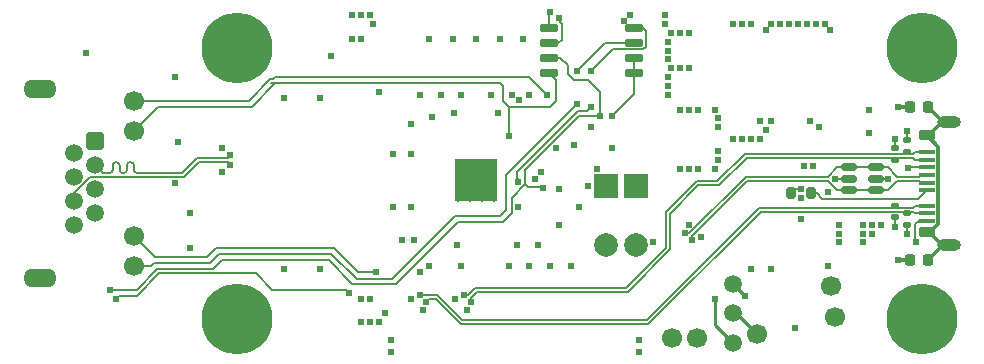
<source format=gbl>
%TF.GenerationSoftware,KiCad,Pcbnew,8.0.7*%
%TF.CreationDate,2025-01-01T14:13:32-08:00*%
%TF.ProjectId,pizero-papoe,70697a65-726f-42d7-9061-706f652e6b69,R1*%
%TF.SameCoordinates,PX652f520PY4a19ba0*%
%TF.FileFunction,Copper,L4,Bot*%
%TF.FilePolarity,Positive*%
%FSLAX46Y46*%
G04 Gerber Fmt 4.6, Leading zero omitted, Abs format (unit mm)*
G04 Created by KiCad (PCBNEW 8.0.7) date 2025-01-01 14:13:32*
%MOMM*%
%LPD*%
G01*
G04 APERTURE LIST*
G04 Aperture macros list*
%AMRoundRect*
0 Rectangle with rounded corners*
0 $1 Rounding radius*
0 $2 $3 $4 $5 $6 $7 $8 $9 X,Y pos of 4 corners*
0 Add a 4 corners polygon primitive as box body*
4,1,4,$2,$3,$4,$5,$6,$7,$8,$9,$2,$3,0*
0 Add four circle primitives for the rounded corners*
1,1,$1+$1,$2,$3*
1,1,$1+$1,$4,$5*
1,1,$1+$1,$6,$7*
1,1,$1+$1,$8,$9*
0 Add four rect primitives between the rounded corners*
20,1,$1+$1,$2,$3,$4,$5,0*
20,1,$1+$1,$4,$5,$6,$7,0*
20,1,$1+$1,$6,$7,$8,$9,0*
20,1,$1+$1,$8,$9,$2,$3,0*%
G04 Aperture macros list end*
%TA.AperFunction,WasherPad*%
%ADD10C,6.000000*%
%TD*%
%TA.AperFunction,ComponentPad*%
%ADD11C,1.700000*%
%TD*%
%TA.AperFunction,HeatsinkPad*%
%ADD12C,0.500000*%
%TD*%
%TA.AperFunction,HeatsinkPad*%
%ADD13R,3.600000X3.600000*%
%TD*%
%TA.AperFunction,ComponentPad*%
%ADD14RoundRect,0.250000X-0.500000X0.500000X-0.500000X-0.500000X0.500000X-0.500000X0.500000X0.500000X0*%
%TD*%
%TA.AperFunction,ComponentPad*%
%ADD15C,1.500000*%
%TD*%
%TA.AperFunction,ComponentPad*%
%ADD16O,2.800000X1.600000*%
%TD*%
%TA.AperFunction,SMDPad,CuDef*%
%ADD17RoundRect,0.225000X0.225000X0.250000X-0.225000X0.250000X-0.225000X-0.250000X0.225000X-0.250000X0*%
%TD*%
%TA.AperFunction,SMDPad,CuDef*%
%ADD18RoundRect,0.147500X-0.172500X0.147500X-0.172500X-0.147500X0.172500X-0.147500X0.172500X0.147500X0*%
%TD*%
%TA.AperFunction,SMDPad,CuDef*%
%ADD19RoundRect,0.150000X-0.650000X-0.150000X0.650000X-0.150000X0.650000X0.150000X-0.650000X0.150000X0*%
%TD*%
%TA.AperFunction,SMDPad,CuDef*%
%ADD20RoundRect,0.147500X0.172500X-0.147500X0.172500X0.147500X-0.172500X0.147500X-0.172500X-0.147500X0*%
%TD*%
%TA.AperFunction,SMDPad,CuDef*%
%ADD21C,1.500000*%
%TD*%
%TA.AperFunction,ComponentPad*%
%ADD22R,2.000000X2.000000*%
%TD*%
%TA.AperFunction,ComponentPad*%
%ADD23C,2.000000*%
%TD*%
%TA.AperFunction,SMDPad,CuDef*%
%ADD24RoundRect,0.095000X-0.575000X0.095000X-0.575000X-0.095000X0.575000X-0.095000X0.575000X0.095000X0*%
%TD*%
%TA.AperFunction,ComponentPad*%
%ADD25O,2.030000X1.000000*%
%TD*%
%TA.AperFunction,SMDPad,CuDef*%
%ADD26RoundRect,0.095000X-0.575000X0.305000X-0.575000X-0.305000X0.575000X-0.305000X0.575000X0.305000X0*%
%TD*%
%TA.AperFunction,SMDPad,CuDef*%
%ADD27RoundRect,0.150000X0.512500X0.150000X-0.512500X0.150000X-0.512500X-0.150000X0.512500X-0.150000X0*%
%TD*%
%TA.AperFunction,SMDPad,CuDef*%
%ADD28RoundRect,0.200000X0.200000X0.275000X-0.200000X0.275000X-0.200000X-0.275000X0.200000X-0.275000X0*%
%TD*%
%TA.AperFunction,ViaPad*%
%ADD29C,0.609600*%
%TD*%
%TA.AperFunction,Conductor*%
%ADD30C,0.152400*%
%TD*%
%TA.AperFunction,Conductor*%
%ADD31C,0.304800*%
%TD*%
%TA.AperFunction,Conductor*%
%ADD32C,0.254000*%
%TD*%
%TA.AperFunction,Conductor*%
%ADD33C,0.151130*%
%TD*%
%TA.AperFunction,Conductor*%
%ADD34C,0.129032*%
%TD*%
G04 APERTURE END LIST*
D10*
%TO.P,A1,*%
%TO.N,*%
X3500000Y-3500000D03*
X3500000Y-26500000D03*
X61500000Y-3500000D03*
X61500000Y-26500000D03*
%TD*%
D11*
%TO.P,J5,1,Pin_1*%
%TO.N,GND*%
X47500000Y-27750000D03*
%TD*%
%TO.P,J3,1,Pin_1*%
%TO.N,/A1_U2DN*%
X40300000Y-28100000D03*
%TD*%
D12*
%TO.P,IC1,41,EP*%
%TO.N,GND*%
X22200000Y-13200000D03*
X22200000Y-14233333D03*
X22200000Y-15266667D03*
X22200000Y-16300000D03*
X23233333Y-13200000D03*
X23233333Y-14233333D03*
X23233333Y-15266667D03*
X23233333Y-16300000D03*
D13*
X23750000Y-14750000D03*
D12*
X24266667Y-13200000D03*
X24266667Y-14233333D03*
X24266667Y-15266667D03*
X24266667Y-16300000D03*
X25300000Y-13200000D03*
X25300000Y-14233333D03*
X25300000Y-15266667D03*
X25300000Y-16300000D03*
%TD*%
D11*
%TO.P,J4,1,Pin_1*%
%TO.N,/A1_U2DP*%
X42450000Y-28100000D03*
%TD*%
%TO.P,J1,1,Pin_1*%
%TO.N,GND*%
X54100000Y-26300000D03*
%TD*%
D14*
%TO.P,J6,1*%
%TO.N,/J6_DA_P*%
X-8500000Y-11420000D03*
D15*
%TO.P,J6,2*%
%TO.N,/J6_DA_N*%
X-10280000Y-12440000D03*
%TO.P,J6,3*%
%TO.N,/J6_DB_P*%
X-8500000Y-13460000D03*
%TO.P,J6,4*%
%TO.N,/J6_DC_P*%
X-10280000Y-14480000D03*
%TO.P,J6,5*%
%TO.N,/J6_DC_N*%
X-8500000Y-15500000D03*
%TO.P,J6,6*%
%TO.N,/J6_DB_N*%
X-10280000Y-16520000D03*
%TO.P,J6,7*%
%TO.N,/J6_DD_P*%
X-8500000Y-17540000D03*
%TO.P,J6,8*%
%TO.N,/J6_DD_N*%
X-10280000Y-18560000D03*
D11*
%TO.P,J6,9*%
%TO.N,/J1_LED_GN_A*%
X-5230000Y-7980000D03*
%TO.P,J6,10*%
%TO.N,/IC1_LED0_SPICSB*%
X-5230000Y-10520000D03*
%TO.P,J6,11*%
%TO.N,/J1_LED_YL_A*%
X-5230000Y-19460000D03*
%TO.P,J6,12*%
%TO.N,/IC1_LED1_SPISCK*%
X-5230000Y-22000000D03*
D16*
%TO.P,J6,SH*%
%TO.N,/J1_SH_C*%
X-13180000Y-6990000D03*
X-13180000Y-22990000D03*
%TD*%
D11*
%TO.P,J2,1,Pin_1*%
%TO.N,/RPI_VBUS*%
X53800000Y-23700000D03*
%TD*%
D17*
%TO.P,C19,1*%
%TO.N,/P1_SH*%
X62025000Y-21500000D03*
%TO.P,C19,2*%
%TO.N,GND*%
X60475000Y-21500000D03*
%TD*%
D18*
%TO.P,D6,1,A1*%
%TO.N,/P1_U3SSTX_P*%
X60250000Y-17515000D03*
%TO.P,D6,2,A2*%
%TO.N,GND*%
X60250000Y-18485000D03*
%TD*%
D19*
%TO.P,U3,1,~{CS}*%
%TO.N,/IC1_LED0_SPICSB*%
X29900000Y-5655000D03*
%TO.P,U3,2,SO/SIO1*%
%TO.N,/IC1_EED0_LED2*%
X29900000Y-4385000D03*
%TO.P,U3,3,~{WP}/SIO2*%
%TO.N,+3V3*%
X29900000Y-3115000D03*
%TO.P,U3,4,GND*%
%TO.N,GND*%
X29900000Y-1845000D03*
%TO.P,U3,5,SI/SIO0*%
%TO.N,/IC1_EEDI_ENSWREG*%
X37100000Y-1845000D03*
%TO.P,U3,6,SCLK*%
%TO.N,/IC1_LED1_SPISCK*%
X37100000Y-3115000D03*
%TO.P,U3,7,~{HOLD}/SIO3*%
%TO.N,+3V3*%
X37100000Y-4385000D03*
%TO.P,U3,8,VCC*%
X37100000Y-5655000D03*
%TD*%
D18*
%TO.P,D7,1,A1*%
%TO.N,/P1_U3SSTX_N*%
X59250000Y-16915000D03*
%TO.P,D7,2,A2*%
%TO.N,GND*%
X59250000Y-17885000D03*
%TD*%
D20*
%TO.P,D9,1,A1*%
%TO.N,/P1_U3SSRX_N*%
X60250000Y-12335000D03*
%TO.P,D9,2,A2*%
%TO.N,GND*%
X60250000Y-11365000D03*
%TD*%
D21*
%TO.P,TP2,1,1*%
%TO.N,GND*%
X45500000Y-26000000D03*
%TD*%
D22*
%TO.P,C23,1*%
%TO.N,/POE_VP*%
X34750000Y-15250000D03*
D23*
%TO.P,C23,2*%
%TO.N,GND*%
X34750000Y-20250000D03*
%TD*%
D17*
%TO.P,C22,1*%
%TO.N,/P1_SH*%
X62025000Y-8500000D03*
%TO.P,C22,2*%
%TO.N,GND*%
X60475000Y-8500000D03*
%TD*%
D24*
%TO.P,P1,A1,GND*%
%TO.N,GND*%
X61890000Y-18190000D03*
%TO.P,P1,A2,TX1+*%
%TO.N,/P1_U3SSTX_P*%
X61890000Y-17540000D03*
%TO.P,P1,A3,TX1-*%
%TO.N,/P1_U3SSTX_N*%
X61890000Y-16890000D03*
%TO.P,P1,A5,CC*%
%TO.N,/P1_CC*%
X61890000Y-15590000D03*
%TO.P,P1,A6,D+*%
%TO.N,/P1_U2DP*%
X61890000Y-14940000D03*
%TO.P,P1,A7,D-*%
%TO.N,/P1_U2DN*%
X61890000Y-14290000D03*
%TO.P,P1,A9,VBUS*%
%TO.N,+5V*%
X61890000Y-13640000D03*
%TO.P,P1,B10,RX1-*%
%TO.N,/P1_U3SSRX_N*%
X61890000Y-12340000D03*
%TO.P,P1,B11,RX1+*%
%TO.N,/P1_U3SSRX_P*%
X61890000Y-12990000D03*
D25*
%TO.P,P1,SH1,SHIELD*%
%TO.N,/P1_SH*%
X63750000Y-9775000D03*
D26*
X61890000Y-10900000D03*
X61890000Y-19100000D03*
D25*
X63750000Y-20225000D03*
%TD*%
D21*
%TO.P,TP1,1,1*%
%TO.N,/RPI_VBUS*%
X45500000Y-23500000D03*
%TD*%
D20*
%TO.P,D8,1,A1*%
%TO.N,/P1_U3SSRX_P*%
X59250000Y-12985000D03*
%TO.P,D8,2,A2*%
%TO.N,GND*%
X59250000Y-12015000D03*
%TD*%
D21*
%TO.P,TP3,1,1*%
%TO.N,+3V3*%
X45500000Y-28500000D03*
%TD*%
D27*
%TO.P,U4,1*%
%TO.N,/P1_U2DN*%
X57587500Y-13650000D03*
%TO.P,U4,2*%
%TO.N,GND*%
X57587500Y-14600000D03*
%TO.P,U4,3*%
%TO.N,/P1_U2DP*%
X57587500Y-15550000D03*
%TO.P,U4,4*%
X55312500Y-15550000D03*
%TO.P,U4,5*%
%TO.N,+5V*%
X55312500Y-14600000D03*
%TO.P,U4,6*%
%TO.N,/P1_U2DN*%
X55312500Y-13650000D03*
%TD*%
D28*
%TO.P,R6,1*%
%TO.N,/P1_CC*%
X52075000Y-15850000D03*
%TO.P,R6,2*%
%TO.N,GND*%
X50425000Y-15850000D03*
%TD*%
D22*
%TO.P,C24,1*%
%TO.N,/POE_VP*%
X37250000Y-15250000D03*
D23*
%TO.P,C24,2*%
%TO.N,GND*%
X37250000Y-20250000D03*
%TD*%
D29*
%TO.N,+1V0*%
X18250000Y-17000000D03*
X32000000Y-11750000D03*
X30529338Y-11992748D03*
X22150636Y-20212963D03*
X21902795Y-9033977D03*
X27250000Y-20250000D03*
X18250000Y-12500000D03*
X25574290Y-9068443D03*
%TO.N,/J1_SH_C*%
X-500000Y-20500000D03*
X2250000Y-12000000D03*
X-500000Y-17500000D03*
X7512000Y-7750000D03*
X-1500000Y-11500000D03*
X7512000Y-22250000D03*
X-1750000Y-15000000D03*
X2250000Y-14000000D03*
%TO.N,GND*%
X19250000Y-25750000D03*
X26500000Y-22000000D03*
X33241998Y-15250000D03*
X29250000Y-14000000D03*
X40000000Y-6000000D03*
X10500000Y-22250000D03*
X41000000Y-2250000D03*
X23750000Y-2750000D03*
X27750000Y-2750000D03*
X30000000Y-22000000D03*
X13250000Y-2750000D03*
X47000000Y-22250000D03*
X14750000Y-26750000D03*
X51230243Y-16252288D03*
X22000000Y-24750000D03*
X47000000Y-1500000D03*
X60250000Y-10600000D03*
X14750000Y-24750000D03*
X41000000Y-5250000D03*
X52250000Y-13500000D03*
X57000000Y-8750000D03*
X59500000Y-21500000D03*
X22500000Y-22000000D03*
X51221621Y-15496307D03*
X16500000Y-28250000D03*
X32500000Y-17000000D03*
X51250000Y-18000000D03*
X15000000Y-1500000D03*
X46250000Y-11250000D03*
X59500000Y-8500000D03*
X10500000Y-7750000D03*
X53500000Y-15750000D03*
X41750000Y-18500000D03*
X36250000Y-1250000D03*
X19750000Y-22000000D03*
X14000000Y-26750000D03*
X40000000Y-3750000D03*
X16000000Y-26000000D03*
X19000000Y-7500000D03*
X41750000Y-5250000D03*
X14750000Y-750000D03*
X40000000Y-6750000D03*
X19000000Y-22500000D03*
X52000000Y-9750000D03*
X-9250000Y-4000000D03*
X14000000Y-750000D03*
X15500000Y-26750000D03*
X36750000Y-750000D03*
X34000000Y-13741998D03*
X15500000Y-7250000D03*
X46250000Y-1500000D03*
X39750000Y-750000D03*
X16750000Y-17000000D03*
X26750000Y-7500000D03*
X47750000Y-11250000D03*
X14000000Y-2750000D03*
X16750000Y-12500000D03*
X16500000Y-29250000D03*
X20750000Y-7500000D03*
X30750000Y-18500000D03*
X42750000Y-19500000D03*
X13250000Y-750000D03*
X28250000Y-22000000D03*
X59250000Y-11250000D03*
X59250000Y-18650000D03*
X40250000Y-2250000D03*
X21750000Y-2750000D03*
X45500000Y-1500000D03*
X40000000Y-7500000D03*
X48750000Y-22250000D03*
X37500000Y-28250000D03*
X23000000Y-25750000D03*
X39750000Y-1500000D03*
X40000000Y-4500000D03*
X40250000Y-5250000D03*
X25000000Y-7500000D03*
X61000000Y-20000000D03*
X50750000Y-27250000D03*
X41750000Y-2250000D03*
X45500000Y-11250000D03*
X33500000Y-10250000D03*
X60250000Y-19250000D03*
X58650000Y-14600000D03*
X22500000Y-7500000D03*
X47000000Y-11250000D03*
X18250000Y-24750000D03*
X52750000Y-10250000D03*
X57000000Y-10750000D03*
X30000000Y-504800D03*
X51500000Y-13500000D03*
X40000000Y-3000000D03*
X27331000Y-17000000D03*
X25750000Y-2750000D03*
X31750000Y-22000000D03*
X19750000Y-2750000D03*
X37500000Y-29250000D03*
X14000000Y-24750000D03*
%TO.N,/P1_U3SSRX_P*%
X23278388Y-25028388D03*
%TO.N,/RPI_VBUS*%
X46500000Y-24500000D03*
%TO.N,/P1_U3SSRX_N*%
X22721612Y-24471612D03*
%TO.N,/P1_U3SSTX_P*%
X19528388Y-25028388D03*
%TO.N,/P1_U3SSTX_N*%
X18971612Y-24471612D03*
%TO.N,/J1_LED_OR_A*%
X13000000Y-24250000D03*
X-6750000Y-24750000D03*
%TO.N,/IC1_EED0_LED2*%
X29397302Y-15415190D03*
X-7250000Y-24000000D03*
X34250000Y-9250000D03*
%TO.N,/IC1_LED1_SPISCK*%
X32282500Y-8282500D03*
X32250000Y-5500000D03*
%TO.N,/IC1_LED0_SPICSB*%
X26500000Y-11000000D03*
%TO.N,/IC1_EEDI_ENSWREG*%
X33500000Y-8500000D03*
X27256408Y-14843135D03*
X33500000Y-5500000D03*
%TO.N,+5V*%
X50250000Y-1500000D03*
X54170770Y-14610723D03*
X48750000Y-1500000D03*
X54500000Y-20000000D03*
X51750000Y-1500000D03*
X56500000Y-20000000D03*
X60300000Y-13700000D03*
X54500000Y-18500000D03*
X52500000Y-1500000D03*
X53500000Y-22000000D03*
X54500000Y-19250000D03*
X57250000Y-19250000D03*
X58000000Y-18500000D03*
X56500000Y-19250000D03*
X53250000Y-1500000D03*
X51000000Y-1500000D03*
X56500000Y-18500000D03*
X49500000Y-1500000D03*
X53750000Y-2000000D03*
X57250000Y-18500000D03*
X48250000Y-2000000D03*
%TO.N,+3V3*%
X29000000Y-20250000D03*
X35250000Y-12000000D03*
X44000000Y-24750000D03*
X30750000Y-1000000D03*
X17500000Y-19750000D03*
X18500000Y-19750000D03*
X28250000Y-7500000D03*
X18250000Y-10000000D03*
X28750000Y-14660572D03*
X38750000Y-20000000D03*
X35250000Y-9250000D03*
X27370627Y-7957242D03*
X30750000Y-15500000D03*
X19997492Y-9416874D03*
%TO.N,/U2_L1*%
X43999986Y-13750000D03*
X42500000Y-13750000D03*
X44250000Y-12250000D03*
X41000000Y-13750000D03*
X44250000Y-13000000D03*
X41750000Y-13750000D03*
%TO.N,/U2_L2*%
X41750000Y-8750000D03*
X48750000Y-9750000D03*
X44000044Y-8750000D03*
X42500000Y-8750000D03*
X47750000Y-9749998D03*
X44250000Y-9500000D03*
X44250000Y-10250000D03*
X48250000Y-10500000D03*
X41000000Y-8750000D03*
%TO.N,/J1_LED_GN_A*%
X29750000Y-7500000D03*
%TO.N,/J1_LED_YL_A*%
X15250000Y-22500000D03*
%TO.N,/P1_U2DP*%
X42028388Y-19778388D03*
%TO.N,/P1_U2DN*%
X41471612Y-19221612D03*
%TO.N,/J6_DB_P*%
X2945654Y-12600900D03*
%TO.N,/J6_DB_N*%
X2945654Y-13439100D03*
%TO.N,/POE_VP_F*%
X11500000Y-4250000D03*
X-1750000Y-6000000D03*
%TD*%
D30*
%TO.N,GND*%
X61890000Y-18190000D02*
X61220000Y-18190000D01*
X29900000Y-1845000D02*
X29900000Y-604800D01*
D31*
X60475000Y-21500000D02*
X59500000Y-21500000D01*
D32*
X45750000Y-26000000D02*
X45500000Y-26000000D01*
D30*
X60250000Y-11365000D02*
X60250000Y-10600000D01*
D31*
X60475000Y-8500000D02*
X59500000Y-8500000D01*
D30*
X60933541Y-19933541D02*
X61000000Y-20000000D01*
X61220000Y-18190000D02*
X60933541Y-18476459D01*
X51230243Y-16252288D02*
X51230243Y-16212315D01*
X59250000Y-17885000D02*
X59250000Y-18650000D01*
X50778693Y-15496307D02*
X50425000Y-15850000D01*
X29900000Y-604800D02*
X30000000Y-504800D01*
D32*
X47500000Y-27750000D02*
X45750000Y-26000000D01*
D30*
X60933541Y-18476459D02*
X60933541Y-19933541D01*
X59250000Y-12015000D02*
X59250000Y-11250000D01*
X57587500Y-14600000D02*
X58650000Y-14600000D01*
X51221621Y-15496307D02*
X50778693Y-15496307D01*
X60250000Y-18485000D02*
X60250000Y-19250000D01*
D33*
%TO.N,/P1_U3SSRX_P*%
X40164465Y-20568125D02*
X40164465Y-17568125D01*
X46653125Y-12829465D02*
X60724464Y-12829465D01*
X42568125Y-15164465D02*
X44318125Y-15164465D01*
X36568125Y-24164465D02*
X40164465Y-20568125D01*
X44318125Y-15164465D02*
X46653125Y-12829465D01*
X23818124Y-24164465D02*
X36568125Y-24164465D01*
X60884999Y-12990000D02*
X61890000Y-12990000D01*
X60724464Y-12829465D02*
X60884999Y-12990000D01*
X23278388Y-25028388D02*
X23278388Y-24704201D01*
X23278388Y-24704201D02*
X23818124Y-24164465D01*
X40164465Y-17568125D02*
X42568125Y-15164465D01*
D32*
%TO.N,/RPI_VBUS*%
X53600000Y-23500000D02*
X53800000Y-23700000D01*
X45500000Y-23500000D02*
X46500000Y-24500000D01*
D33*
%TO.N,/P1_U3SSRX_N*%
X44181875Y-14835535D02*
X46516875Y-12500535D01*
X60884999Y-12340000D02*
X61890000Y-12340000D01*
X39835535Y-17431875D02*
X42431875Y-14835535D01*
X60724464Y-12500535D02*
X60884999Y-12340000D01*
X22721612Y-24471612D02*
X23045799Y-24471612D01*
X23681876Y-23835535D02*
X36431875Y-23835535D01*
X46516875Y-12500535D02*
X60724464Y-12500535D01*
X23045799Y-24471612D02*
X23681876Y-23835535D01*
X39835535Y-20431875D02*
X39835535Y-17431875D01*
X42431875Y-14835535D02*
X44181875Y-14835535D01*
X36431875Y-23835535D02*
X39835535Y-20431875D01*
%TO.N,/P1_U3SSTX_P*%
X38318125Y-26914465D02*
X22431875Y-26914465D01*
X19756233Y-24800543D02*
X19528388Y-25028388D01*
X61890000Y-17540000D02*
X60884999Y-17540000D01*
X47853125Y-17379465D02*
X38318125Y-26914465D01*
X60724464Y-17379465D02*
X47853125Y-17379465D01*
X20317953Y-24800543D02*
X19756233Y-24800543D01*
X22431875Y-26914465D02*
X20317953Y-24800543D01*
X60884999Y-17540000D02*
X60724464Y-17379465D01*
%TO.N,/P1_U3SSTX_N*%
X22568125Y-26585535D02*
X20454202Y-24471612D01*
X61890000Y-16890000D02*
X60884999Y-16890000D01*
X38181875Y-26585535D02*
X22568125Y-26585535D01*
X60724464Y-17050535D02*
X47716875Y-17050535D01*
X20454202Y-24471612D02*
X18971612Y-24471612D01*
X47716875Y-17050535D02*
X38181875Y-26585535D01*
X60884999Y-16890000D02*
X60724464Y-17050535D01*
D30*
%TO.N,/J1_LED_OR_A*%
X-3123800Y-22623800D02*
X5123800Y-22623800D01*
X5123800Y-22623800D02*
X6500000Y-24000000D01*
X-5000000Y-24500000D02*
X-3123800Y-22623800D01*
X-6750000Y-24750000D02*
X-6500000Y-24500000D01*
X6500000Y-24000000D02*
X12750000Y-24000000D01*
X-6500000Y-24500000D02*
X-5000000Y-24500000D01*
X13000000Y-24250000D02*
X12750000Y-24000000D01*
%TO.N,/IC1_EED0_LED2*%
X27898041Y-15088755D02*
X27898041Y-13851959D01*
X29327469Y-15345357D02*
X28154643Y-15345357D01*
X26750000Y-16236796D02*
X27898041Y-15088755D01*
X-5000000Y-24000000D02*
X-7250000Y-24000000D01*
X26000000Y-18250000D02*
X26750000Y-17500000D01*
X26750000Y-17500000D02*
X26750000Y-16236796D01*
X27898041Y-15088755D02*
X28154643Y-15345357D01*
X31500000Y-5000000D02*
X31500000Y-5750000D01*
X31500000Y-5750000D02*
X32000000Y-6250000D01*
X27898041Y-13851959D02*
X32500000Y-9250000D01*
X29900000Y-4385000D02*
X30885000Y-4385000D01*
X11250000Y-21500000D02*
X13250000Y-23500000D01*
X1500000Y-22250000D02*
X2250000Y-21500000D01*
X13250000Y-23500000D02*
X17000000Y-23500000D01*
X-3250000Y-22250000D02*
X1500000Y-22250000D01*
X2250000Y-21500000D02*
X11250000Y-21500000D01*
X29397302Y-15415190D02*
X29327469Y-15345357D01*
X32000000Y-6250000D02*
X33250000Y-6250000D01*
X32500000Y-9250000D02*
X34250000Y-9250000D01*
X17000000Y-23500000D02*
X22250000Y-18250000D01*
X34250000Y-7250000D02*
X34250000Y-9250000D01*
X33250000Y-6250000D02*
X34250000Y-7250000D01*
X30885000Y-4385000D02*
X31500000Y-5000000D01*
X22250000Y-18250000D02*
X26000000Y-18250000D01*
X-5000000Y-24000000D02*
X-3250000Y-22250000D01*
%TO.N,/IC1_LED1_SPISCK*%
X34635000Y-3115000D02*
X35385000Y-3115000D01*
X26250000Y-14315000D02*
X32282500Y-8282500D01*
X-3750000Y-22000000D02*
X-3500000Y-21750000D01*
X26250000Y-17250000D02*
X26250000Y-14315000D01*
X2000000Y-21000000D02*
X11500000Y-21000000D01*
X13625000Y-23125000D02*
X16625000Y-23125000D01*
X37100000Y-3115000D02*
X35385000Y-3115000D01*
X25750000Y-17750000D02*
X26250000Y-17250000D01*
X11500000Y-21000000D02*
X13625000Y-23125000D01*
X-3500000Y-21750000D02*
X1250000Y-21750000D01*
X22000000Y-17750000D02*
X25750000Y-17750000D01*
X-5230000Y-22000000D02*
X-3750000Y-22000000D01*
X1250000Y-21750000D02*
X2000000Y-21000000D01*
X32250000Y-5500000D02*
X34635000Y-3115000D01*
X16625000Y-23125000D02*
X22000000Y-17750000D01*
%TO.N,/IC1_LED0_SPICSB*%
X-5230000Y-10520000D02*
X-3210000Y-8500000D01*
X30500000Y-6255000D02*
X30500000Y-8000000D01*
X26000000Y-6750000D02*
X25750000Y-6500000D01*
X30500000Y-8000000D02*
X30000000Y-8500000D01*
X26500000Y-11000000D02*
X26500000Y-8500000D01*
X6750000Y-6500000D02*
X12000000Y-6500000D01*
X26000000Y-8000000D02*
X26000000Y-6750000D01*
X29900000Y-5655000D02*
X30500000Y-6255000D01*
X12000000Y-6500000D02*
X6412827Y-6500000D01*
X26500000Y-8500000D02*
X26000000Y-8000000D01*
X4750000Y-8500000D02*
X6750000Y-6500000D01*
X-3210000Y-8500000D02*
X4750000Y-8500000D01*
X30000000Y-8500000D02*
X26500000Y-8500000D01*
X6412827Y-6500000D02*
X25750000Y-6500000D01*
%TO.N,/IC1_EEDI_ENSWREG*%
X38128600Y-2073601D02*
X37899999Y-1845000D01*
X37902289Y-3652289D02*
X38128600Y-3425978D01*
X33500000Y-5500000D02*
X35356400Y-3643600D01*
X37893600Y-3643600D02*
X37902289Y-3652289D01*
X32386500Y-8863500D02*
X33136500Y-8863500D01*
X38128600Y-3425978D02*
X38128600Y-2073601D01*
X27256408Y-14506408D02*
X27250000Y-14500000D01*
X35356400Y-3643600D02*
X37893600Y-3643600D01*
X27250000Y-14000000D02*
X32386500Y-8863500D01*
X33136500Y-8863500D02*
X33500000Y-8500000D01*
X27250000Y-14500000D02*
X27250000Y-14000000D01*
X37899999Y-1845000D02*
X37100000Y-1845000D01*
X27256408Y-14843135D02*
X27256408Y-14506408D01*
%TO.N,+5V*%
X61890000Y-13640000D02*
X60360000Y-13640000D01*
X54181493Y-14600000D02*
X54170770Y-14610723D01*
X55312500Y-14600000D02*
X54181493Y-14600000D01*
X60360000Y-13640000D02*
X60300000Y-13700000D01*
%TO.N,+3V3*%
X30750000Y-1000000D02*
X30875000Y-1125000D01*
X37100000Y-7400000D02*
X35250000Y-9250000D01*
X30875000Y-1375000D02*
X31000000Y-1500000D01*
X29900000Y-3115000D02*
X30699999Y-3115000D01*
X30699999Y-3115000D02*
X31000000Y-2814999D01*
D32*
X45500000Y-28500000D02*
X44000000Y-27000000D01*
D30*
X37100000Y-4385000D02*
X37100000Y-5655000D01*
X37100000Y-5655000D02*
X37100000Y-5650000D01*
X30875000Y-1125000D02*
X30875000Y-1375000D01*
X37100000Y-5650000D02*
X37100000Y-7400000D01*
X31000000Y-2814999D02*
X31000000Y-1500000D01*
D32*
X44000000Y-27000000D02*
X44000000Y-24750000D01*
D30*
%TO.N,/P1_CC*%
X61149000Y-16331000D02*
X53056000Y-16331000D01*
X61890000Y-15590000D02*
X61149000Y-16331000D01*
X52575000Y-15850000D02*
X52075000Y-15850000D01*
X53056000Y-16331000D02*
X52575000Y-15850000D01*
%TO.N,/J1_LED_GN_A*%
X6286575Y-6195200D02*
X6554800Y-6195200D01*
X6554800Y-6195200D02*
X6750000Y-6000000D01*
X-5230000Y-7980000D02*
X4501775Y-7980000D01*
X6750000Y-6000000D02*
X28250000Y-6000000D01*
X28250000Y-6000000D02*
X29750000Y-7500000D01*
X4501775Y-7980000D02*
X6286575Y-6195200D01*
%TO.N,/J1_LED_YL_A*%
X1000000Y-21250000D02*
X1750000Y-20500000D01*
X13750000Y-22500000D02*
X15250000Y-22500000D01*
X11750000Y-20500000D02*
X13750000Y-22500000D01*
X1750000Y-20500000D02*
X11750000Y-20500000D01*
X-3440000Y-21250000D02*
X1000000Y-21250000D01*
X-5230000Y-19460000D02*
X-3440000Y-21250000D01*
D33*
%TO.N,/P1_U2DP*%
X42028388Y-19778388D02*
X42028388Y-19454201D01*
X59366786Y-14764465D02*
X60700000Y-14764465D01*
X53533214Y-14764465D02*
X54318749Y-15550000D01*
X57587500Y-15550000D02*
X58581251Y-15550000D01*
X61410000Y-14940000D02*
X61890000Y-14940000D01*
X46718124Y-14764465D02*
X53533214Y-14764465D01*
X55312500Y-15550000D02*
X57587500Y-15550000D01*
X61249465Y-14779465D02*
X61410000Y-14940000D01*
X60700000Y-14764465D02*
X60715000Y-14779465D01*
X54318749Y-15550000D02*
X55312500Y-15550000D01*
X58581251Y-15550000D02*
X59366786Y-14764465D01*
X42028388Y-19454201D02*
X46718124Y-14764465D01*
X60715000Y-14779465D02*
X61249465Y-14779465D01*
%TO.N,/P1_U2DN*%
X55312500Y-13650000D02*
X57587500Y-13650000D01*
X58581251Y-13650000D02*
X59366786Y-14435535D01*
X60840875Y-14450535D02*
X61249465Y-14450535D01*
X46581876Y-14435535D02*
X53533214Y-14435535D01*
X59366786Y-14435535D02*
X60825875Y-14435535D01*
X61249465Y-14450535D02*
X61410000Y-14290000D01*
X41795799Y-19221612D02*
X46581876Y-14435535D01*
X61410000Y-14290000D02*
X61890000Y-14290000D01*
X41471612Y-19221612D02*
X41795799Y-19221612D01*
X53533214Y-14435535D02*
X54318749Y-13650000D01*
X54318749Y-13650000D02*
X55312500Y-13650000D01*
X60825875Y-14435535D02*
X60840875Y-14450535D01*
X57587500Y-13650000D02*
X58581251Y-13650000D01*
D34*
%TO.N,/J6_DB_P*%
X-8500000Y-13460000D02*
X-7847896Y-14112104D01*
X-5230496Y-13464190D02*
X-5230496Y-13872104D01*
X-4870496Y-14112104D02*
X-4304916Y-14112104D01*
X-7847896Y-14112104D02*
X-7270496Y-14112104D01*
X-1114990Y-14112104D02*
X155931Y-12841183D01*
X-6790496Y-13224190D02*
X-6670496Y-13224190D01*
X-5590496Y-13224190D02*
X-5470496Y-13224190D01*
X-7030496Y-13872104D02*
X-7030496Y-13464190D01*
X-4304916Y-14112104D02*
X-1114990Y-14112104D01*
X-6430496Y-13464190D02*
X-6430496Y-13872104D01*
X-6190496Y-14112104D02*
X-6070496Y-14112104D01*
X2705371Y-12841183D02*
X2945654Y-12600900D01*
X-5830496Y-13872104D02*
X-5830496Y-13464190D01*
X-4990496Y-14112104D02*
X-4870496Y-14112104D01*
X155931Y-12841183D02*
X2705371Y-12841183D01*
X-5470496Y-13224190D02*
G75*
G02*
X-5230490Y-13464190I-4J-240010D01*
G01*
X-7030496Y-13464190D02*
G75*
G02*
X-6790496Y-13224204I239996J-10D01*
G01*
X-7270496Y-14112104D02*
G75*
G03*
X-7030496Y-13872104I-4J240004D01*
G01*
X-5830496Y-13464190D02*
G75*
G02*
X-5590496Y-13224204I239996J-10D01*
G01*
X-6430496Y-13872104D02*
G75*
G03*
X-6190496Y-14112096I239996J4D01*
G01*
X-6670496Y-13224190D02*
G75*
G02*
X-6430490Y-13464190I-4J-240010D01*
G01*
X-5230496Y-13872104D02*
G75*
G03*
X-4990496Y-14112096I239996J4D01*
G01*
X-6070496Y-14112104D02*
G75*
G03*
X-5830496Y-13872104I-4J240004D01*
G01*
%TO.N,/J6_DB_N*%
X2945654Y-13439100D02*
X2705371Y-13198817D01*
X-966850Y-14469736D02*
X-8902310Y-14469736D01*
X304069Y-13198817D02*
X-966850Y-14469736D01*
X-8902310Y-14469736D02*
X-10280000Y-15847426D01*
X2705371Y-13198817D02*
X304069Y-13198817D01*
X-10280000Y-15847426D02*
X-10280000Y-16520000D01*
D31*
%TO.N,/P1_SH*%
X63300000Y-20225000D02*
X62025000Y-21500000D01*
X62864800Y-18453236D02*
X62864800Y-11874800D01*
X63225000Y-20225000D02*
X63750000Y-20225000D01*
X62218036Y-19100000D02*
X62864800Y-18453236D01*
X62864800Y-11874800D02*
X61890000Y-10900000D01*
X63750000Y-9775000D02*
X63275000Y-9775000D01*
X61890000Y-19100000D02*
X62100000Y-19100000D01*
X63750000Y-20225000D02*
X63300000Y-20225000D01*
X63225000Y-9775000D02*
X62100000Y-10900000D01*
X62100000Y-19100000D02*
X63225000Y-20225000D01*
X61890000Y-19100000D02*
X62218036Y-19100000D01*
X62100000Y-10900000D02*
X61890000Y-10900000D01*
X63750000Y-9775000D02*
X63225000Y-9775000D01*
X62025000Y-8525000D02*
X62025000Y-8500000D01*
X63275000Y-9775000D02*
X62025000Y-8525000D01*
%TD*%
M02*

</source>
